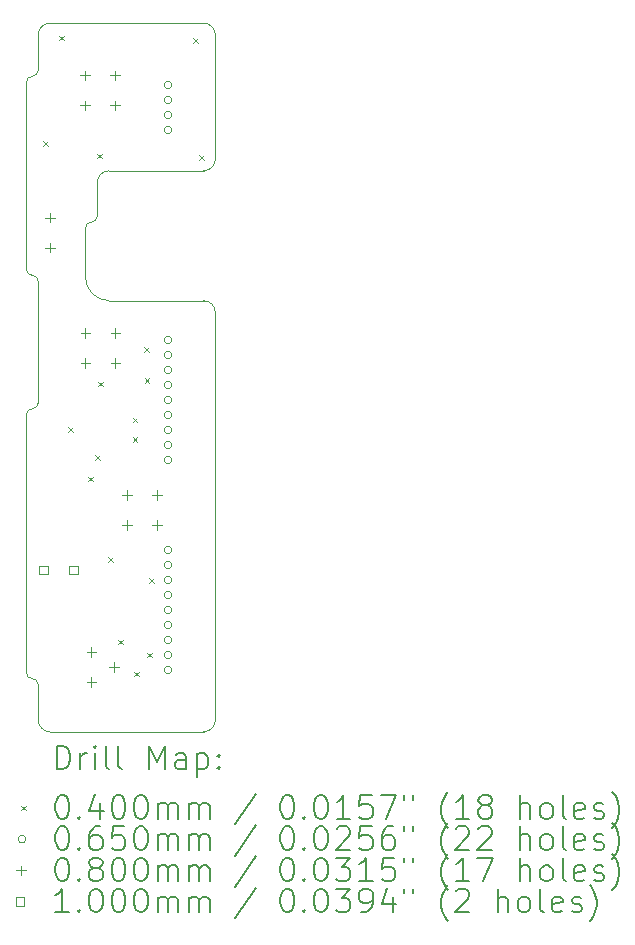
<source format=gbr>
%TF.GenerationSoftware,KiCad,Pcbnew,7.0.11-7.0.11~ubuntu23.10.1*%
%TF.CreationDate,2024-06-17T23:23:06+02:00*%
%TF.ProjectId,Hardware_NanoPi_v7_ConnectorPlate,48617264-7761-4726-955f-4e616e6f5069,rev?*%
%TF.SameCoordinates,Original*%
%TF.FileFunction,Drillmap*%
%TF.FilePolarity,Positive*%
%FSLAX45Y45*%
G04 Gerber Fmt 4.5, Leading zero omitted, Abs format (unit mm)*
G04 Created by KiCad (PCBNEW 7.0.11-7.0.11~ubuntu23.10.1) date 2024-06-17 23:23:06*
%MOMM*%
%LPD*%
G01*
G04 APERTURE LIST*
%ADD10C,0.100000*%
%ADD11C,0.200000*%
G04 APERTURE END LIST*
D10*
X0Y2485355D02*
X0Y300000D01*
X50000Y2535360D02*
G75*
G03*
X0Y2485355I0J-50000D01*
G01*
X1600000Y4650000D02*
X1600000Y5700000D01*
X100005Y3614645D02*
G75*
G03*
X50000Y3664645I-50005J-5D01*
G01*
X550000Y4114640D02*
G75*
G03*
X500000Y4064645I0J-50000D01*
G01*
X0Y5300000D02*
X0Y3714645D01*
X700000Y4550000D02*
X1500000Y4550000D01*
X1500000Y-200000D02*
G75*
G03*
X1600000Y-100000I0J100000D01*
G01*
X50000Y5350000D02*
G75*
G03*
X100000Y5400000I0J50000D01*
G01*
X1600000Y5700000D02*
G75*
G03*
X1500000Y5800000I-100000J0D01*
G01*
X100000Y-100000D02*
G75*
G03*
X200000Y-200000I100000J0D01*
G01*
X100000Y3614645D02*
X100000Y2585355D01*
X200000Y5800000D02*
G75*
G03*
X100000Y5700000I0J-100000D01*
G01*
X550000Y4114640D02*
G75*
G03*
X600000Y4164645I0J50000D01*
G01*
X1600000Y3350000D02*
G75*
G03*
X1500000Y3450000I-100000J0D01*
G01*
X600000Y4164645D02*
X600000Y4450000D01*
X100000Y200000D02*
X100000Y-100000D01*
X5Y3714645D02*
G75*
G03*
X50000Y3664645I49995J-5D01*
G01*
X700000Y4550000D02*
G75*
G03*
X600000Y4450000I0J-100000D01*
G01*
X1500000Y4550000D02*
G75*
G03*
X1600000Y4650000I0J100000D01*
G01*
X50000Y5350000D02*
G75*
G03*
X0Y5300000I0J-50000D01*
G01*
X1600000Y-100000D02*
X1600000Y3350000D01*
X1500000Y5800000D02*
X200000Y5800000D01*
X100000Y200000D02*
G75*
G03*
X50000Y250000I-50000J0D01*
G01*
X1500000Y3450000D02*
X700000Y3450000D01*
X0Y300000D02*
G75*
G03*
X50000Y250000I50000J0D01*
G01*
X50000Y2535360D02*
G75*
G03*
X100000Y2585355I0J50000D01*
G01*
X500000Y4064645D02*
X500000Y3650000D01*
X100000Y5700000D02*
X100000Y5400000D01*
X500000Y3650000D02*
G75*
G03*
X700000Y3450000I200000J0D01*
G01*
X1500000Y-200000D02*
X200000Y-200000D01*
D11*
D10*
X140000Y4800000D02*
X180000Y4760000D01*
X180000Y4800000D02*
X140000Y4760000D01*
X280000Y5695000D02*
X320000Y5655000D01*
X320000Y5695000D02*
X280000Y5655000D01*
X355000Y2380000D02*
X395000Y2340000D01*
X395000Y2380000D02*
X355000Y2340000D01*
X525000Y1960000D02*
X565000Y1920000D01*
X565000Y1960000D02*
X525000Y1920000D01*
X585000Y2145000D02*
X625000Y2105000D01*
X625000Y2145000D02*
X585000Y2105000D01*
X600000Y4695000D02*
X640000Y4655000D01*
X640000Y4695000D02*
X600000Y4655000D01*
X610000Y2765000D02*
X650000Y2725000D01*
X650000Y2765000D02*
X610000Y2725000D01*
X695000Y1280000D02*
X735000Y1240000D01*
X735000Y1280000D02*
X695000Y1240000D01*
X775000Y580000D02*
X815000Y540000D01*
X815000Y580000D02*
X775000Y540000D01*
X900000Y2460000D02*
X940000Y2420000D01*
X940000Y2460000D02*
X900000Y2420000D01*
X900000Y2297500D02*
X940000Y2257500D01*
X940000Y2297500D02*
X900000Y2257500D01*
X915000Y310000D02*
X955000Y270000D01*
X955000Y310000D02*
X915000Y270000D01*
X995000Y3055000D02*
X1035000Y3015000D01*
X1035000Y3055000D02*
X995000Y3015000D01*
X1000000Y2795000D02*
X1040000Y2755000D01*
X1040000Y2795000D02*
X1000000Y2755000D01*
X1025000Y470000D02*
X1065000Y430000D01*
X1065000Y470000D02*
X1025000Y430000D01*
X1037500Y1102500D02*
X1077500Y1062500D01*
X1077500Y1102500D02*
X1037500Y1062500D01*
X1410000Y5675000D02*
X1450000Y5635000D01*
X1450000Y5675000D02*
X1410000Y5635000D01*
X1460000Y4680000D02*
X1500000Y4640000D01*
X1500000Y4680000D02*
X1460000Y4640000D01*
X1232500Y5276000D02*
G75*
G03*
X1167500Y5276000I-32500J0D01*
G01*
X1167500Y5276000D02*
G75*
G03*
X1232500Y5276000I32500J0D01*
G01*
X1232500Y5149000D02*
G75*
G03*
X1167500Y5149000I-32500J0D01*
G01*
X1167500Y5149000D02*
G75*
G03*
X1232500Y5149000I32500J0D01*
G01*
X1232500Y5022000D02*
G75*
G03*
X1167500Y5022000I-32500J0D01*
G01*
X1167500Y5022000D02*
G75*
G03*
X1232500Y5022000I32500J0D01*
G01*
X1232500Y4895000D02*
G75*
G03*
X1167500Y4895000I-32500J0D01*
G01*
X1167500Y4895000D02*
G75*
G03*
X1232500Y4895000I32500J0D01*
G01*
X1232500Y3117000D02*
G75*
G03*
X1167500Y3117000I-32500J0D01*
G01*
X1167500Y3117000D02*
G75*
G03*
X1232500Y3117000I32500J0D01*
G01*
X1232500Y2990000D02*
G75*
G03*
X1167500Y2990000I-32500J0D01*
G01*
X1167500Y2990000D02*
G75*
G03*
X1232500Y2990000I32500J0D01*
G01*
X1232500Y2863000D02*
G75*
G03*
X1167500Y2863000I-32500J0D01*
G01*
X1167500Y2863000D02*
G75*
G03*
X1232500Y2863000I32500J0D01*
G01*
X1232500Y2736000D02*
G75*
G03*
X1167500Y2736000I-32500J0D01*
G01*
X1167500Y2736000D02*
G75*
G03*
X1232500Y2736000I32500J0D01*
G01*
X1232500Y2609000D02*
G75*
G03*
X1167500Y2609000I-32500J0D01*
G01*
X1167500Y2609000D02*
G75*
G03*
X1232500Y2609000I32500J0D01*
G01*
X1232500Y2482000D02*
G75*
G03*
X1167500Y2482000I-32500J0D01*
G01*
X1167500Y2482000D02*
G75*
G03*
X1232500Y2482000I32500J0D01*
G01*
X1232500Y2355000D02*
G75*
G03*
X1167500Y2355000I-32500J0D01*
G01*
X1167500Y2355000D02*
G75*
G03*
X1232500Y2355000I32500J0D01*
G01*
X1232500Y2228000D02*
G75*
G03*
X1167500Y2228000I-32500J0D01*
G01*
X1167500Y2228000D02*
G75*
G03*
X1232500Y2228000I32500J0D01*
G01*
X1232500Y2101000D02*
G75*
G03*
X1167500Y2101000I-32500J0D01*
G01*
X1167500Y2101000D02*
G75*
G03*
X1232500Y2101000I32500J0D01*
G01*
X1232500Y1339000D02*
G75*
G03*
X1167500Y1339000I-32500J0D01*
G01*
X1167500Y1339000D02*
G75*
G03*
X1232500Y1339000I32500J0D01*
G01*
X1232500Y1212000D02*
G75*
G03*
X1167500Y1212000I-32500J0D01*
G01*
X1167500Y1212000D02*
G75*
G03*
X1232500Y1212000I32500J0D01*
G01*
X1232500Y1085000D02*
G75*
G03*
X1167500Y1085000I-32500J0D01*
G01*
X1167500Y1085000D02*
G75*
G03*
X1232500Y1085000I32500J0D01*
G01*
X1232500Y958000D02*
G75*
G03*
X1167500Y958000I-32500J0D01*
G01*
X1167500Y958000D02*
G75*
G03*
X1232500Y958000I32500J0D01*
G01*
X1232500Y831000D02*
G75*
G03*
X1167500Y831000I-32500J0D01*
G01*
X1167500Y831000D02*
G75*
G03*
X1232500Y831000I32500J0D01*
G01*
X1232500Y704000D02*
G75*
G03*
X1167500Y704000I-32500J0D01*
G01*
X1167500Y704000D02*
G75*
G03*
X1232500Y704000I32500J0D01*
G01*
X1232500Y577000D02*
G75*
G03*
X1167500Y577000I-32500J0D01*
G01*
X1167500Y577000D02*
G75*
G03*
X1232500Y577000I32500J0D01*
G01*
X1232500Y450000D02*
G75*
G03*
X1167500Y450000I-32500J0D01*
G01*
X1167500Y450000D02*
G75*
G03*
X1232500Y450000I32500J0D01*
G01*
X1232500Y323000D02*
G75*
G03*
X1167500Y323000I-32500J0D01*
G01*
X1167500Y323000D02*
G75*
G03*
X1232500Y323000I32500J0D01*
G01*
X200000Y4192000D02*
X200000Y4112000D01*
X160000Y4152000D02*
X240000Y4152000D01*
X200000Y3938000D02*
X200000Y3858000D01*
X160000Y3898000D02*
X240000Y3898000D01*
X496000Y5397000D02*
X496000Y5317000D01*
X456000Y5357000D02*
X536000Y5357000D01*
X496000Y5143000D02*
X496000Y5063000D01*
X456000Y5103000D02*
X536000Y5103000D01*
X500000Y3217000D02*
X500000Y3137000D01*
X460000Y3177000D02*
X540000Y3177000D01*
X500000Y2963000D02*
X500000Y2883000D01*
X460000Y2923000D02*
X540000Y2923000D01*
X550000Y517000D02*
X550000Y437000D01*
X510000Y477000D02*
X590000Y477000D01*
X550000Y263000D02*
X550000Y183000D01*
X510000Y223000D02*
X590000Y223000D01*
X740500Y390000D02*
X740500Y310000D01*
X700500Y350000D02*
X780500Y350000D01*
X750000Y5397000D02*
X750000Y5317000D01*
X710000Y5357000D02*
X790000Y5357000D01*
X750000Y5143000D02*
X750000Y5063000D01*
X710000Y5103000D02*
X790000Y5103000D01*
X754000Y3217000D02*
X754000Y3137000D01*
X714000Y3177000D02*
X794000Y3177000D01*
X754000Y2963000D02*
X754000Y2883000D01*
X714000Y2923000D02*
X794000Y2923000D01*
X850000Y1844000D02*
X850000Y1764000D01*
X810000Y1804000D02*
X890000Y1804000D01*
X850000Y1590000D02*
X850000Y1510000D01*
X810000Y1550000D02*
X890000Y1550000D01*
X1104000Y1844000D02*
X1104000Y1764000D01*
X1064000Y1804000D02*
X1144000Y1804000D01*
X1104000Y1590000D02*
X1104000Y1510000D01*
X1064000Y1550000D02*
X1144000Y1550000D01*
X181356Y1134644D02*
X181356Y1205356D01*
X110644Y1205356D01*
X110644Y1134644D01*
X181356Y1134644D01*
X435356Y1134644D02*
X435356Y1205356D01*
X364644Y1205356D01*
X364644Y1134644D01*
X435356Y1134644D01*
D11*
X255777Y-516484D02*
X255777Y-316484D01*
X255777Y-316484D02*
X303396Y-316484D01*
X303396Y-316484D02*
X331967Y-326008D01*
X331967Y-326008D02*
X351015Y-345055D01*
X351015Y-345055D02*
X360539Y-364103D01*
X360539Y-364103D02*
X370062Y-402198D01*
X370062Y-402198D02*
X370062Y-430769D01*
X370062Y-430769D02*
X360539Y-468865D01*
X360539Y-468865D02*
X351015Y-487912D01*
X351015Y-487912D02*
X331967Y-506960D01*
X331967Y-506960D02*
X303396Y-516484D01*
X303396Y-516484D02*
X255777Y-516484D01*
X455777Y-516484D02*
X455777Y-383150D01*
X455777Y-421246D02*
X465301Y-402198D01*
X465301Y-402198D02*
X474824Y-392674D01*
X474824Y-392674D02*
X493872Y-383150D01*
X493872Y-383150D02*
X512920Y-383150D01*
X579586Y-516484D02*
X579586Y-383150D01*
X579586Y-316484D02*
X570063Y-326008D01*
X570063Y-326008D02*
X579586Y-335531D01*
X579586Y-335531D02*
X589110Y-326008D01*
X589110Y-326008D02*
X579586Y-316484D01*
X579586Y-316484D02*
X579586Y-335531D01*
X703396Y-516484D02*
X684348Y-506960D01*
X684348Y-506960D02*
X674824Y-487912D01*
X674824Y-487912D02*
X674824Y-316484D01*
X808158Y-516484D02*
X789110Y-506960D01*
X789110Y-506960D02*
X779586Y-487912D01*
X779586Y-487912D02*
X779586Y-316484D01*
X1036729Y-516484D02*
X1036729Y-316484D01*
X1036729Y-316484D02*
X1103396Y-459341D01*
X1103396Y-459341D02*
X1170063Y-316484D01*
X1170063Y-316484D02*
X1170063Y-516484D01*
X1351015Y-516484D02*
X1351015Y-411722D01*
X1351015Y-411722D02*
X1341491Y-392674D01*
X1341491Y-392674D02*
X1322444Y-383150D01*
X1322444Y-383150D02*
X1284348Y-383150D01*
X1284348Y-383150D02*
X1265301Y-392674D01*
X1351015Y-506960D02*
X1331967Y-516484D01*
X1331967Y-516484D02*
X1284348Y-516484D01*
X1284348Y-516484D02*
X1265301Y-506960D01*
X1265301Y-506960D02*
X1255777Y-487912D01*
X1255777Y-487912D02*
X1255777Y-468865D01*
X1255777Y-468865D02*
X1265301Y-449817D01*
X1265301Y-449817D02*
X1284348Y-440293D01*
X1284348Y-440293D02*
X1331967Y-440293D01*
X1331967Y-440293D02*
X1351015Y-430769D01*
X1446253Y-383150D02*
X1446253Y-583150D01*
X1446253Y-392674D02*
X1465301Y-383150D01*
X1465301Y-383150D02*
X1503396Y-383150D01*
X1503396Y-383150D02*
X1522443Y-392674D01*
X1522443Y-392674D02*
X1531967Y-402198D01*
X1531967Y-402198D02*
X1541491Y-421246D01*
X1541491Y-421246D02*
X1541491Y-478388D01*
X1541491Y-478388D02*
X1531967Y-497436D01*
X1531967Y-497436D02*
X1522443Y-506960D01*
X1522443Y-506960D02*
X1503396Y-516484D01*
X1503396Y-516484D02*
X1465301Y-516484D01*
X1465301Y-516484D02*
X1446253Y-506960D01*
X1627205Y-497436D02*
X1636729Y-506960D01*
X1636729Y-506960D02*
X1627205Y-516484D01*
X1627205Y-516484D02*
X1617682Y-506960D01*
X1617682Y-506960D02*
X1627205Y-497436D01*
X1627205Y-497436D02*
X1627205Y-516484D01*
X1627205Y-392674D02*
X1636729Y-402198D01*
X1636729Y-402198D02*
X1627205Y-411722D01*
X1627205Y-411722D02*
X1617682Y-402198D01*
X1617682Y-402198D02*
X1627205Y-392674D01*
X1627205Y-392674D02*
X1627205Y-411722D01*
D10*
X-45000Y-825000D02*
X-5000Y-865000D01*
X-5000Y-825000D02*
X-45000Y-865000D01*
D11*
X293872Y-736484D02*
X312920Y-736484D01*
X312920Y-736484D02*
X331967Y-746008D01*
X331967Y-746008D02*
X341491Y-755531D01*
X341491Y-755531D02*
X351015Y-774579D01*
X351015Y-774579D02*
X360539Y-812674D01*
X360539Y-812674D02*
X360539Y-860293D01*
X360539Y-860293D02*
X351015Y-898388D01*
X351015Y-898388D02*
X341491Y-917436D01*
X341491Y-917436D02*
X331967Y-926960D01*
X331967Y-926960D02*
X312920Y-936484D01*
X312920Y-936484D02*
X293872Y-936484D01*
X293872Y-936484D02*
X274824Y-926960D01*
X274824Y-926960D02*
X265301Y-917436D01*
X265301Y-917436D02*
X255777Y-898388D01*
X255777Y-898388D02*
X246253Y-860293D01*
X246253Y-860293D02*
X246253Y-812674D01*
X246253Y-812674D02*
X255777Y-774579D01*
X255777Y-774579D02*
X265301Y-755531D01*
X265301Y-755531D02*
X274824Y-746008D01*
X274824Y-746008D02*
X293872Y-736484D01*
X446253Y-917436D02*
X455777Y-926960D01*
X455777Y-926960D02*
X446253Y-936484D01*
X446253Y-936484D02*
X436729Y-926960D01*
X436729Y-926960D02*
X446253Y-917436D01*
X446253Y-917436D02*
X446253Y-936484D01*
X627205Y-803150D02*
X627205Y-936484D01*
X579586Y-726960D02*
X531967Y-869817D01*
X531967Y-869817D02*
X655777Y-869817D01*
X770062Y-736484D02*
X789110Y-736484D01*
X789110Y-736484D02*
X808158Y-746008D01*
X808158Y-746008D02*
X817682Y-755531D01*
X817682Y-755531D02*
X827205Y-774579D01*
X827205Y-774579D02*
X836729Y-812674D01*
X836729Y-812674D02*
X836729Y-860293D01*
X836729Y-860293D02*
X827205Y-898388D01*
X827205Y-898388D02*
X817682Y-917436D01*
X817682Y-917436D02*
X808158Y-926960D01*
X808158Y-926960D02*
X789110Y-936484D01*
X789110Y-936484D02*
X770062Y-936484D01*
X770062Y-936484D02*
X751015Y-926960D01*
X751015Y-926960D02*
X741491Y-917436D01*
X741491Y-917436D02*
X731967Y-898388D01*
X731967Y-898388D02*
X722443Y-860293D01*
X722443Y-860293D02*
X722443Y-812674D01*
X722443Y-812674D02*
X731967Y-774579D01*
X731967Y-774579D02*
X741491Y-755531D01*
X741491Y-755531D02*
X751015Y-746008D01*
X751015Y-746008D02*
X770062Y-736484D01*
X960539Y-736484D02*
X979586Y-736484D01*
X979586Y-736484D02*
X998634Y-746008D01*
X998634Y-746008D02*
X1008158Y-755531D01*
X1008158Y-755531D02*
X1017682Y-774579D01*
X1017682Y-774579D02*
X1027205Y-812674D01*
X1027205Y-812674D02*
X1027205Y-860293D01*
X1027205Y-860293D02*
X1017682Y-898388D01*
X1017682Y-898388D02*
X1008158Y-917436D01*
X1008158Y-917436D02*
X998634Y-926960D01*
X998634Y-926960D02*
X979586Y-936484D01*
X979586Y-936484D02*
X960539Y-936484D01*
X960539Y-936484D02*
X941491Y-926960D01*
X941491Y-926960D02*
X931967Y-917436D01*
X931967Y-917436D02*
X922443Y-898388D01*
X922443Y-898388D02*
X912920Y-860293D01*
X912920Y-860293D02*
X912920Y-812674D01*
X912920Y-812674D02*
X922443Y-774579D01*
X922443Y-774579D02*
X931967Y-755531D01*
X931967Y-755531D02*
X941491Y-746008D01*
X941491Y-746008D02*
X960539Y-736484D01*
X1112920Y-936484D02*
X1112920Y-803150D01*
X1112920Y-822198D02*
X1122444Y-812674D01*
X1122444Y-812674D02*
X1141491Y-803150D01*
X1141491Y-803150D02*
X1170063Y-803150D01*
X1170063Y-803150D02*
X1189110Y-812674D01*
X1189110Y-812674D02*
X1198634Y-831722D01*
X1198634Y-831722D02*
X1198634Y-936484D01*
X1198634Y-831722D02*
X1208158Y-812674D01*
X1208158Y-812674D02*
X1227205Y-803150D01*
X1227205Y-803150D02*
X1255777Y-803150D01*
X1255777Y-803150D02*
X1274825Y-812674D01*
X1274825Y-812674D02*
X1284348Y-831722D01*
X1284348Y-831722D02*
X1284348Y-936484D01*
X1379586Y-936484D02*
X1379586Y-803150D01*
X1379586Y-822198D02*
X1389110Y-812674D01*
X1389110Y-812674D02*
X1408158Y-803150D01*
X1408158Y-803150D02*
X1436729Y-803150D01*
X1436729Y-803150D02*
X1455777Y-812674D01*
X1455777Y-812674D02*
X1465301Y-831722D01*
X1465301Y-831722D02*
X1465301Y-936484D01*
X1465301Y-831722D02*
X1474824Y-812674D01*
X1474824Y-812674D02*
X1493872Y-803150D01*
X1493872Y-803150D02*
X1522443Y-803150D01*
X1522443Y-803150D02*
X1541491Y-812674D01*
X1541491Y-812674D02*
X1551015Y-831722D01*
X1551015Y-831722D02*
X1551015Y-936484D01*
X1941491Y-726960D02*
X1770063Y-984103D01*
X2198634Y-736484D02*
X2217682Y-736484D01*
X2217682Y-736484D02*
X2236729Y-746008D01*
X2236729Y-746008D02*
X2246253Y-755531D01*
X2246253Y-755531D02*
X2255777Y-774579D01*
X2255777Y-774579D02*
X2265301Y-812674D01*
X2265301Y-812674D02*
X2265301Y-860293D01*
X2265301Y-860293D02*
X2255777Y-898388D01*
X2255777Y-898388D02*
X2246253Y-917436D01*
X2246253Y-917436D02*
X2236729Y-926960D01*
X2236729Y-926960D02*
X2217682Y-936484D01*
X2217682Y-936484D02*
X2198634Y-936484D01*
X2198634Y-936484D02*
X2179587Y-926960D01*
X2179587Y-926960D02*
X2170063Y-917436D01*
X2170063Y-917436D02*
X2160539Y-898388D01*
X2160539Y-898388D02*
X2151015Y-860293D01*
X2151015Y-860293D02*
X2151015Y-812674D01*
X2151015Y-812674D02*
X2160539Y-774579D01*
X2160539Y-774579D02*
X2170063Y-755531D01*
X2170063Y-755531D02*
X2179587Y-746008D01*
X2179587Y-746008D02*
X2198634Y-736484D01*
X2351015Y-917436D02*
X2360539Y-926960D01*
X2360539Y-926960D02*
X2351015Y-936484D01*
X2351015Y-936484D02*
X2341491Y-926960D01*
X2341491Y-926960D02*
X2351015Y-917436D01*
X2351015Y-917436D02*
X2351015Y-936484D01*
X2484348Y-736484D02*
X2503396Y-736484D01*
X2503396Y-736484D02*
X2522444Y-746008D01*
X2522444Y-746008D02*
X2531968Y-755531D01*
X2531968Y-755531D02*
X2541491Y-774579D01*
X2541491Y-774579D02*
X2551015Y-812674D01*
X2551015Y-812674D02*
X2551015Y-860293D01*
X2551015Y-860293D02*
X2541491Y-898388D01*
X2541491Y-898388D02*
X2531968Y-917436D01*
X2531968Y-917436D02*
X2522444Y-926960D01*
X2522444Y-926960D02*
X2503396Y-936484D01*
X2503396Y-936484D02*
X2484348Y-936484D01*
X2484348Y-936484D02*
X2465301Y-926960D01*
X2465301Y-926960D02*
X2455777Y-917436D01*
X2455777Y-917436D02*
X2446253Y-898388D01*
X2446253Y-898388D02*
X2436729Y-860293D01*
X2436729Y-860293D02*
X2436729Y-812674D01*
X2436729Y-812674D02*
X2446253Y-774579D01*
X2446253Y-774579D02*
X2455777Y-755531D01*
X2455777Y-755531D02*
X2465301Y-746008D01*
X2465301Y-746008D02*
X2484348Y-736484D01*
X2741491Y-936484D02*
X2627206Y-936484D01*
X2684348Y-936484D02*
X2684348Y-736484D01*
X2684348Y-736484D02*
X2665301Y-765055D01*
X2665301Y-765055D02*
X2646253Y-784103D01*
X2646253Y-784103D02*
X2627206Y-793627D01*
X2922444Y-736484D02*
X2827206Y-736484D01*
X2827206Y-736484D02*
X2817682Y-831722D01*
X2817682Y-831722D02*
X2827206Y-822198D01*
X2827206Y-822198D02*
X2846253Y-812674D01*
X2846253Y-812674D02*
X2893872Y-812674D01*
X2893872Y-812674D02*
X2912920Y-822198D01*
X2912920Y-822198D02*
X2922444Y-831722D01*
X2922444Y-831722D02*
X2931967Y-850769D01*
X2931967Y-850769D02*
X2931967Y-898388D01*
X2931967Y-898388D02*
X2922444Y-917436D01*
X2922444Y-917436D02*
X2912920Y-926960D01*
X2912920Y-926960D02*
X2893872Y-936484D01*
X2893872Y-936484D02*
X2846253Y-936484D01*
X2846253Y-936484D02*
X2827206Y-926960D01*
X2827206Y-926960D02*
X2817682Y-917436D01*
X2998634Y-736484D02*
X3131967Y-736484D01*
X3131967Y-736484D02*
X3046253Y-936484D01*
X3198634Y-736484D02*
X3198634Y-774579D01*
X3274825Y-736484D02*
X3274825Y-774579D01*
X3570063Y-1012674D02*
X3560539Y-1003150D01*
X3560539Y-1003150D02*
X3541491Y-974579D01*
X3541491Y-974579D02*
X3531968Y-955531D01*
X3531968Y-955531D02*
X3522444Y-926960D01*
X3522444Y-926960D02*
X3512920Y-879341D01*
X3512920Y-879341D02*
X3512920Y-841246D01*
X3512920Y-841246D02*
X3522444Y-793627D01*
X3522444Y-793627D02*
X3531968Y-765055D01*
X3531968Y-765055D02*
X3541491Y-746008D01*
X3541491Y-746008D02*
X3560539Y-717436D01*
X3560539Y-717436D02*
X3570063Y-707912D01*
X3751015Y-936484D02*
X3636729Y-936484D01*
X3693872Y-936484D02*
X3693872Y-736484D01*
X3693872Y-736484D02*
X3674825Y-765055D01*
X3674825Y-765055D02*
X3655777Y-784103D01*
X3655777Y-784103D02*
X3636729Y-793627D01*
X3865301Y-822198D02*
X3846253Y-812674D01*
X3846253Y-812674D02*
X3836729Y-803150D01*
X3836729Y-803150D02*
X3827206Y-784103D01*
X3827206Y-784103D02*
X3827206Y-774579D01*
X3827206Y-774579D02*
X3836729Y-755531D01*
X3836729Y-755531D02*
X3846253Y-746008D01*
X3846253Y-746008D02*
X3865301Y-736484D01*
X3865301Y-736484D02*
X3903396Y-736484D01*
X3903396Y-736484D02*
X3922444Y-746008D01*
X3922444Y-746008D02*
X3931968Y-755531D01*
X3931968Y-755531D02*
X3941491Y-774579D01*
X3941491Y-774579D02*
X3941491Y-784103D01*
X3941491Y-784103D02*
X3931968Y-803150D01*
X3931968Y-803150D02*
X3922444Y-812674D01*
X3922444Y-812674D02*
X3903396Y-822198D01*
X3903396Y-822198D02*
X3865301Y-822198D01*
X3865301Y-822198D02*
X3846253Y-831722D01*
X3846253Y-831722D02*
X3836729Y-841246D01*
X3836729Y-841246D02*
X3827206Y-860293D01*
X3827206Y-860293D02*
X3827206Y-898388D01*
X3827206Y-898388D02*
X3836729Y-917436D01*
X3836729Y-917436D02*
X3846253Y-926960D01*
X3846253Y-926960D02*
X3865301Y-936484D01*
X3865301Y-936484D02*
X3903396Y-936484D01*
X3903396Y-936484D02*
X3922444Y-926960D01*
X3922444Y-926960D02*
X3931968Y-917436D01*
X3931968Y-917436D02*
X3941491Y-898388D01*
X3941491Y-898388D02*
X3941491Y-860293D01*
X3941491Y-860293D02*
X3931968Y-841246D01*
X3931968Y-841246D02*
X3922444Y-831722D01*
X3922444Y-831722D02*
X3903396Y-822198D01*
X4179587Y-936484D02*
X4179587Y-736484D01*
X4265301Y-936484D02*
X4265301Y-831722D01*
X4265301Y-831722D02*
X4255777Y-812674D01*
X4255777Y-812674D02*
X4236730Y-803150D01*
X4236730Y-803150D02*
X4208158Y-803150D01*
X4208158Y-803150D02*
X4189110Y-812674D01*
X4189110Y-812674D02*
X4179587Y-822198D01*
X4389111Y-936484D02*
X4370063Y-926960D01*
X4370063Y-926960D02*
X4360539Y-917436D01*
X4360539Y-917436D02*
X4351015Y-898388D01*
X4351015Y-898388D02*
X4351015Y-841246D01*
X4351015Y-841246D02*
X4360539Y-822198D01*
X4360539Y-822198D02*
X4370063Y-812674D01*
X4370063Y-812674D02*
X4389111Y-803150D01*
X4389111Y-803150D02*
X4417682Y-803150D01*
X4417682Y-803150D02*
X4436730Y-812674D01*
X4436730Y-812674D02*
X4446253Y-822198D01*
X4446253Y-822198D02*
X4455777Y-841246D01*
X4455777Y-841246D02*
X4455777Y-898388D01*
X4455777Y-898388D02*
X4446253Y-917436D01*
X4446253Y-917436D02*
X4436730Y-926960D01*
X4436730Y-926960D02*
X4417682Y-936484D01*
X4417682Y-936484D02*
X4389111Y-936484D01*
X4570063Y-936484D02*
X4551015Y-926960D01*
X4551015Y-926960D02*
X4541492Y-907912D01*
X4541492Y-907912D02*
X4541492Y-736484D01*
X4722444Y-926960D02*
X4703396Y-936484D01*
X4703396Y-936484D02*
X4665301Y-936484D01*
X4665301Y-936484D02*
X4646253Y-926960D01*
X4646253Y-926960D02*
X4636730Y-907912D01*
X4636730Y-907912D02*
X4636730Y-831722D01*
X4636730Y-831722D02*
X4646253Y-812674D01*
X4646253Y-812674D02*
X4665301Y-803150D01*
X4665301Y-803150D02*
X4703396Y-803150D01*
X4703396Y-803150D02*
X4722444Y-812674D01*
X4722444Y-812674D02*
X4731968Y-831722D01*
X4731968Y-831722D02*
X4731968Y-850769D01*
X4731968Y-850769D02*
X4636730Y-869817D01*
X4808158Y-926960D02*
X4827206Y-936484D01*
X4827206Y-936484D02*
X4865301Y-936484D01*
X4865301Y-936484D02*
X4884349Y-926960D01*
X4884349Y-926960D02*
X4893873Y-907912D01*
X4893873Y-907912D02*
X4893873Y-898388D01*
X4893873Y-898388D02*
X4884349Y-879341D01*
X4884349Y-879341D02*
X4865301Y-869817D01*
X4865301Y-869817D02*
X4836730Y-869817D01*
X4836730Y-869817D02*
X4817682Y-860293D01*
X4817682Y-860293D02*
X4808158Y-841246D01*
X4808158Y-841246D02*
X4808158Y-831722D01*
X4808158Y-831722D02*
X4817682Y-812674D01*
X4817682Y-812674D02*
X4836730Y-803150D01*
X4836730Y-803150D02*
X4865301Y-803150D01*
X4865301Y-803150D02*
X4884349Y-812674D01*
X4960539Y-1012674D02*
X4970063Y-1003150D01*
X4970063Y-1003150D02*
X4989111Y-974579D01*
X4989111Y-974579D02*
X4998634Y-955531D01*
X4998634Y-955531D02*
X5008158Y-926960D01*
X5008158Y-926960D02*
X5017682Y-879341D01*
X5017682Y-879341D02*
X5017682Y-841246D01*
X5017682Y-841246D02*
X5008158Y-793627D01*
X5008158Y-793627D02*
X4998634Y-765055D01*
X4998634Y-765055D02*
X4989111Y-746008D01*
X4989111Y-746008D02*
X4970063Y-717436D01*
X4970063Y-717436D02*
X4960539Y-707912D01*
D10*
X-5000Y-1109000D02*
G75*
G03*
X-70000Y-1109000I-32500J0D01*
G01*
X-70000Y-1109000D02*
G75*
G03*
X-5000Y-1109000I32500J0D01*
G01*
D11*
X293872Y-1000484D02*
X312920Y-1000484D01*
X312920Y-1000484D02*
X331967Y-1010008D01*
X331967Y-1010008D02*
X341491Y-1019531D01*
X341491Y-1019531D02*
X351015Y-1038579D01*
X351015Y-1038579D02*
X360539Y-1076674D01*
X360539Y-1076674D02*
X360539Y-1124293D01*
X360539Y-1124293D02*
X351015Y-1162389D01*
X351015Y-1162389D02*
X341491Y-1181436D01*
X341491Y-1181436D02*
X331967Y-1190960D01*
X331967Y-1190960D02*
X312920Y-1200484D01*
X312920Y-1200484D02*
X293872Y-1200484D01*
X293872Y-1200484D02*
X274824Y-1190960D01*
X274824Y-1190960D02*
X265301Y-1181436D01*
X265301Y-1181436D02*
X255777Y-1162389D01*
X255777Y-1162389D02*
X246253Y-1124293D01*
X246253Y-1124293D02*
X246253Y-1076674D01*
X246253Y-1076674D02*
X255777Y-1038579D01*
X255777Y-1038579D02*
X265301Y-1019531D01*
X265301Y-1019531D02*
X274824Y-1010008D01*
X274824Y-1010008D02*
X293872Y-1000484D01*
X446253Y-1181436D02*
X455777Y-1190960D01*
X455777Y-1190960D02*
X446253Y-1200484D01*
X446253Y-1200484D02*
X436729Y-1190960D01*
X436729Y-1190960D02*
X446253Y-1181436D01*
X446253Y-1181436D02*
X446253Y-1200484D01*
X627205Y-1000484D02*
X589110Y-1000484D01*
X589110Y-1000484D02*
X570063Y-1010008D01*
X570063Y-1010008D02*
X560539Y-1019531D01*
X560539Y-1019531D02*
X541491Y-1048103D01*
X541491Y-1048103D02*
X531967Y-1086198D01*
X531967Y-1086198D02*
X531967Y-1162389D01*
X531967Y-1162389D02*
X541491Y-1181436D01*
X541491Y-1181436D02*
X551015Y-1190960D01*
X551015Y-1190960D02*
X570063Y-1200484D01*
X570063Y-1200484D02*
X608158Y-1200484D01*
X608158Y-1200484D02*
X627205Y-1190960D01*
X627205Y-1190960D02*
X636729Y-1181436D01*
X636729Y-1181436D02*
X646253Y-1162389D01*
X646253Y-1162389D02*
X646253Y-1114770D01*
X646253Y-1114770D02*
X636729Y-1095722D01*
X636729Y-1095722D02*
X627205Y-1086198D01*
X627205Y-1086198D02*
X608158Y-1076674D01*
X608158Y-1076674D02*
X570063Y-1076674D01*
X570063Y-1076674D02*
X551015Y-1086198D01*
X551015Y-1086198D02*
X541491Y-1095722D01*
X541491Y-1095722D02*
X531967Y-1114770D01*
X827205Y-1000484D02*
X731967Y-1000484D01*
X731967Y-1000484D02*
X722443Y-1095722D01*
X722443Y-1095722D02*
X731967Y-1086198D01*
X731967Y-1086198D02*
X751015Y-1076674D01*
X751015Y-1076674D02*
X798634Y-1076674D01*
X798634Y-1076674D02*
X817682Y-1086198D01*
X817682Y-1086198D02*
X827205Y-1095722D01*
X827205Y-1095722D02*
X836729Y-1114770D01*
X836729Y-1114770D02*
X836729Y-1162389D01*
X836729Y-1162389D02*
X827205Y-1181436D01*
X827205Y-1181436D02*
X817682Y-1190960D01*
X817682Y-1190960D02*
X798634Y-1200484D01*
X798634Y-1200484D02*
X751015Y-1200484D01*
X751015Y-1200484D02*
X731967Y-1190960D01*
X731967Y-1190960D02*
X722443Y-1181436D01*
X960539Y-1000484D02*
X979586Y-1000484D01*
X979586Y-1000484D02*
X998634Y-1010008D01*
X998634Y-1010008D02*
X1008158Y-1019531D01*
X1008158Y-1019531D02*
X1017682Y-1038579D01*
X1017682Y-1038579D02*
X1027205Y-1076674D01*
X1027205Y-1076674D02*
X1027205Y-1124293D01*
X1027205Y-1124293D02*
X1017682Y-1162389D01*
X1017682Y-1162389D02*
X1008158Y-1181436D01*
X1008158Y-1181436D02*
X998634Y-1190960D01*
X998634Y-1190960D02*
X979586Y-1200484D01*
X979586Y-1200484D02*
X960539Y-1200484D01*
X960539Y-1200484D02*
X941491Y-1190960D01*
X941491Y-1190960D02*
X931967Y-1181436D01*
X931967Y-1181436D02*
X922443Y-1162389D01*
X922443Y-1162389D02*
X912920Y-1124293D01*
X912920Y-1124293D02*
X912920Y-1076674D01*
X912920Y-1076674D02*
X922443Y-1038579D01*
X922443Y-1038579D02*
X931967Y-1019531D01*
X931967Y-1019531D02*
X941491Y-1010008D01*
X941491Y-1010008D02*
X960539Y-1000484D01*
X1112920Y-1200484D02*
X1112920Y-1067150D01*
X1112920Y-1086198D02*
X1122444Y-1076674D01*
X1122444Y-1076674D02*
X1141491Y-1067150D01*
X1141491Y-1067150D02*
X1170063Y-1067150D01*
X1170063Y-1067150D02*
X1189110Y-1076674D01*
X1189110Y-1076674D02*
X1198634Y-1095722D01*
X1198634Y-1095722D02*
X1198634Y-1200484D01*
X1198634Y-1095722D02*
X1208158Y-1076674D01*
X1208158Y-1076674D02*
X1227205Y-1067150D01*
X1227205Y-1067150D02*
X1255777Y-1067150D01*
X1255777Y-1067150D02*
X1274825Y-1076674D01*
X1274825Y-1076674D02*
X1284348Y-1095722D01*
X1284348Y-1095722D02*
X1284348Y-1200484D01*
X1379586Y-1200484D02*
X1379586Y-1067150D01*
X1379586Y-1086198D02*
X1389110Y-1076674D01*
X1389110Y-1076674D02*
X1408158Y-1067150D01*
X1408158Y-1067150D02*
X1436729Y-1067150D01*
X1436729Y-1067150D02*
X1455777Y-1076674D01*
X1455777Y-1076674D02*
X1465301Y-1095722D01*
X1465301Y-1095722D02*
X1465301Y-1200484D01*
X1465301Y-1095722D02*
X1474824Y-1076674D01*
X1474824Y-1076674D02*
X1493872Y-1067150D01*
X1493872Y-1067150D02*
X1522443Y-1067150D01*
X1522443Y-1067150D02*
X1541491Y-1076674D01*
X1541491Y-1076674D02*
X1551015Y-1095722D01*
X1551015Y-1095722D02*
X1551015Y-1200484D01*
X1941491Y-990960D02*
X1770063Y-1248103D01*
X2198634Y-1000484D02*
X2217682Y-1000484D01*
X2217682Y-1000484D02*
X2236729Y-1010008D01*
X2236729Y-1010008D02*
X2246253Y-1019531D01*
X2246253Y-1019531D02*
X2255777Y-1038579D01*
X2255777Y-1038579D02*
X2265301Y-1076674D01*
X2265301Y-1076674D02*
X2265301Y-1124293D01*
X2265301Y-1124293D02*
X2255777Y-1162389D01*
X2255777Y-1162389D02*
X2246253Y-1181436D01*
X2246253Y-1181436D02*
X2236729Y-1190960D01*
X2236729Y-1190960D02*
X2217682Y-1200484D01*
X2217682Y-1200484D02*
X2198634Y-1200484D01*
X2198634Y-1200484D02*
X2179587Y-1190960D01*
X2179587Y-1190960D02*
X2170063Y-1181436D01*
X2170063Y-1181436D02*
X2160539Y-1162389D01*
X2160539Y-1162389D02*
X2151015Y-1124293D01*
X2151015Y-1124293D02*
X2151015Y-1076674D01*
X2151015Y-1076674D02*
X2160539Y-1038579D01*
X2160539Y-1038579D02*
X2170063Y-1019531D01*
X2170063Y-1019531D02*
X2179587Y-1010008D01*
X2179587Y-1010008D02*
X2198634Y-1000484D01*
X2351015Y-1181436D02*
X2360539Y-1190960D01*
X2360539Y-1190960D02*
X2351015Y-1200484D01*
X2351015Y-1200484D02*
X2341491Y-1190960D01*
X2341491Y-1190960D02*
X2351015Y-1181436D01*
X2351015Y-1181436D02*
X2351015Y-1200484D01*
X2484348Y-1000484D02*
X2503396Y-1000484D01*
X2503396Y-1000484D02*
X2522444Y-1010008D01*
X2522444Y-1010008D02*
X2531968Y-1019531D01*
X2531968Y-1019531D02*
X2541491Y-1038579D01*
X2541491Y-1038579D02*
X2551015Y-1076674D01*
X2551015Y-1076674D02*
X2551015Y-1124293D01*
X2551015Y-1124293D02*
X2541491Y-1162389D01*
X2541491Y-1162389D02*
X2531968Y-1181436D01*
X2531968Y-1181436D02*
X2522444Y-1190960D01*
X2522444Y-1190960D02*
X2503396Y-1200484D01*
X2503396Y-1200484D02*
X2484348Y-1200484D01*
X2484348Y-1200484D02*
X2465301Y-1190960D01*
X2465301Y-1190960D02*
X2455777Y-1181436D01*
X2455777Y-1181436D02*
X2446253Y-1162389D01*
X2446253Y-1162389D02*
X2436729Y-1124293D01*
X2436729Y-1124293D02*
X2436729Y-1076674D01*
X2436729Y-1076674D02*
X2446253Y-1038579D01*
X2446253Y-1038579D02*
X2455777Y-1019531D01*
X2455777Y-1019531D02*
X2465301Y-1010008D01*
X2465301Y-1010008D02*
X2484348Y-1000484D01*
X2627206Y-1019531D02*
X2636729Y-1010008D01*
X2636729Y-1010008D02*
X2655777Y-1000484D01*
X2655777Y-1000484D02*
X2703396Y-1000484D01*
X2703396Y-1000484D02*
X2722444Y-1010008D01*
X2722444Y-1010008D02*
X2731968Y-1019531D01*
X2731968Y-1019531D02*
X2741491Y-1038579D01*
X2741491Y-1038579D02*
X2741491Y-1057627D01*
X2741491Y-1057627D02*
X2731968Y-1086198D01*
X2731968Y-1086198D02*
X2617682Y-1200484D01*
X2617682Y-1200484D02*
X2741491Y-1200484D01*
X2922444Y-1000484D02*
X2827206Y-1000484D01*
X2827206Y-1000484D02*
X2817682Y-1095722D01*
X2817682Y-1095722D02*
X2827206Y-1086198D01*
X2827206Y-1086198D02*
X2846253Y-1076674D01*
X2846253Y-1076674D02*
X2893872Y-1076674D01*
X2893872Y-1076674D02*
X2912920Y-1086198D01*
X2912920Y-1086198D02*
X2922444Y-1095722D01*
X2922444Y-1095722D02*
X2931967Y-1114770D01*
X2931967Y-1114770D02*
X2931967Y-1162389D01*
X2931967Y-1162389D02*
X2922444Y-1181436D01*
X2922444Y-1181436D02*
X2912920Y-1190960D01*
X2912920Y-1190960D02*
X2893872Y-1200484D01*
X2893872Y-1200484D02*
X2846253Y-1200484D01*
X2846253Y-1200484D02*
X2827206Y-1190960D01*
X2827206Y-1190960D02*
X2817682Y-1181436D01*
X3103396Y-1000484D02*
X3065301Y-1000484D01*
X3065301Y-1000484D02*
X3046253Y-1010008D01*
X3046253Y-1010008D02*
X3036729Y-1019531D01*
X3036729Y-1019531D02*
X3017682Y-1048103D01*
X3017682Y-1048103D02*
X3008158Y-1086198D01*
X3008158Y-1086198D02*
X3008158Y-1162389D01*
X3008158Y-1162389D02*
X3017682Y-1181436D01*
X3017682Y-1181436D02*
X3027206Y-1190960D01*
X3027206Y-1190960D02*
X3046253Y-1200484D01*
X3046253Y-1200484D02*
X3084348Y-1200484D01*
X3084348Y-1200484D02*
X3103396Y-1190960D01*
X3103396Y-1190960D02*
X3112920Y-1181436D01*
X3112920Y-1181436D02*
X3122444Y-1162389D01*
X3122444Y-1162389D02*
X3122444Y-1114770D01*
X3122444Y-1114770D02*
X3112920Y-1095722D01*
X3112920Y-1095722D02*
X3103396Y-1086198D01*
X3103396Y-1086198D02*
X3084348Y-1076674D01*
X3084348Y-1076674D02*
X3046253Y-1076674D01*
X3046253Y-1076674D02*
X3027206Y-1086198D01*
X3027206Y-1086198D02*
X3017682Y-1095722D01*
X3017682Y-1095722D02*
X3008158Y-1114770D01*
X3198634Y-1000484D02*
X3198634Y-1038579D01*
X3274825Y-1000484D02*
X3274825Y-1038579D01*
X3570063Y-1276674D02*
X3560539Y-1267150D01*
X3560539Y-1267150D02*
X3541491Y-1238579D01*
X3541491Y-1238579D02*
X3531968Y-1219531D01*
X3531968Y-1219531D02*
X3522444Y-1190960D01*
X3522444Y-1190960D02*
X3512920Y-1143341D01*
X3512920Y-1143341D02*
X3512920Y-1105246D01*
X3512920Y-1105246D02*
X3522444Y-1057627D01*
X3522444Y-1057627D02*
X3531968Y-1029055D01*
X3531968Y-1029055D02*
X3541491Y-1010008D01*
X3541491Y-1010008D02*
X3560539Y-981436D01*
X3560539Y-981436D02*
X3570063Y-971912D01*
X3636729Y-1019531D02*
X3646253Y-1010008D01*
X3646253Y-1010008D02*
X3665301Y-1000484D01*
X3665301Y-1000484D02*
X3712920Y-1000484D01*
X3712920Y-1000484D02*
X3731968Y-1010008D01*
X3731968Y-1010008D02*
X3741491Y-1019531D01*
X3741491Y-1019531D02*
X3751015Y-1038579D01*
X3751015Y-1038579D02*
X3751015Y-1057627D01*
X3751015Y-1057627D02*
X3741491Y-1086198D01*
X3741491Y-1086198D02*
X3627206Y-1200484D01*
X3627206Y-1200484D02*
X3751015Y-1200484D01*
X3827206Y-1019531D02*
X3836729Y-1010008D01*
X3836729Y-1010008D02*
X3855777Y-1000484D01*
X3855777Y-1000484D02*
X3903396Y-1000484D01*
X3903396Y-1000484D02*
X3922444Y-1010008D01*
X3922444Y-1010008D02*
X3931968Y-1019531D01*
X3931968Y-1019531D02*
X3941491Y-1038579D01*
X3941491Y-1038579D02*
X3941491Y-1057627D01*
X3941491Y-1057627D02*
X3931968Y-1086198D01*
X3931968Y-1086198D02*
X3817682Y-1200484D01*
X3817682Y-1200484D02*
X3941491Y-1200484D01*
X4179587Y-1200484D02*
X4179587Y-1000484D01*
X4265301Y-1200484D02*
X4265301Y-1095722D01*
X4265301Y-1095722D02*
X4255777Y-1076674D01*
X4255777Y-1076674D02*
X4236730Y-1067150D01*
X4236730Y-1067150D02*
X4208158Y-1067150D01*
X4208158Y-1067150D02*
X4189110Y-1076674D01*
X4189110Y-1076674D02*
X4179587Y-1086198D01*
X4389111Y-1200484D02*
X4370063Y-1190960D01*
X4370063Y-1190960D02*
X4360539Y-1181436D01*
X4360539Y-1181436D02*
X4351015Y-1162389D01*
X4351015Y-1162389D02*
X4351015Y-1105246D01*
X4351015Y-1105246D02*
X4360539Y-1086198D01*
X4360539Y-1086198D02*
X4370063Y-1076674D01*
X4370063Y-1076674D02*
X4389111Y-1067150D01*
X4389111Y-1067150D02*
X4417682Y-1067150D01*
X4417682Y-1067150D02*
X4436730Y-1076674D01*
X4436730Y-1076674D02*
X4446253Y-1086198D01*
X4446253Y-1086198D02*
X4455777Y-1105246D01*
X4455777Y-1105246D02*
X4455777Y-1162389D01*
X4455777Y-1162389D02*
X4446253Y-1181436D01*
X4446253Y-1181436D02*
X4436730Y-1190960D01*
X4436730Y-1190960D02*
X4417682Y-1200484D01*
X4417682Y-1200484D02*
X4389111Y-1200484D01*
X4570063Y-1200484D02*
X4551015Y-1190960D01*
X4551015Y-1190960D02*
X4541492Y-1171912D01*
X4541492Y-1171912D02*
X4541492Y-1000484D01*
X4722444Y-1190960D02*
X4703396Y-1200484D01*
X4703396Y-1200484D02*
X4665301Y-1200484D01*
X4665301Y-1200484D02*
X4646253Y-1190960D01*
X4646253Y-1190960D02*
X4636730Y-1171912D01*
X4636730Y-1171912D02*
X4636730Y-1095722D01*
X4636730Y-1095722D02*
X4646253Y-1076674D01*
X4646253Y-1076674D02*
X4665301Y-1067150D01*
X4665301Y-1067150D02*
X4703396Y-1067150D01*
X4703396Y-1067150D02*
X4722444Y-1076674D01*
X4722444Y-1076674D02*
X4731968Y-1095722D01*
X4731968Y-1095722D02*
X4731968Y-1114770D01*
X4731968Y-1114770D02*
X4636730Y-1133817D01*
X4808158Y-1190960D02*
X4827206Y-1200484D01*
X4827206Y-1200484D02*
X4865301Y-1200484D01*
X4865301Y-1200484D02*
X4884349Y-1190960D01*
X4884349Y-1190960D02*
X4893873Y-1171912D01*
X4893873Y-1171912D02*
X4893873Y-1162389D01*
X4893873Y-1162389D02*
X4884349Y-1143341D01*
X4884349Y-1143341D02*
X4865301Y-1133817D01*
X4865301Y-1133817D02*
X4836730Y-1133817D01*
X4836730Y-1133817D02*
X4817682Y-1124293D01*
X4817682Y-1124293D02*
X4808158Y-1105246D01*
X4808158Y-1105246D02*
X4808158Y-1095722D01*
X4808158Y-1095722D02*
X4817682Y-1076674D01*
X4817682Y-1076674D02*
X4836730Y-1067150D01*
X4836730Y-1067150D02*
X4865301Y-1067150D01*
X4865301Y-1067150D02*
X4884349Y-1076674D01*
X4960539Y-1276674D02*
X4970063Y-1267150D01*
X4970063Y-1267150D02*
X4989111Y-1238579D01*
X4989111Y-1238579D02*
X4998634Y-1219531D01*
X4998634Y-1219531D02*
X5008158Y-1190960D01*
X5008158Y-1190960D02*
X5017682Y-1143341D01*
X5017682Y-1143341D02*
X5017682Y-1105246D01*
X5017682Y-1105246D02*
X5008158Y-1057627D01*
X5008158Y-1057627D02*
X4998634Y-1029055D01*
X4998634Y-1029055D02*
X4989111Y-1010008D01*
X4989111Y-1010008D02*
X4970063Y-981436D01*
X4970063Y-981436D02*
X4960539Y-971912D01*
D10*
X-45000Y-1333000D02*
X-45000Y-1413000D01*
X-85000Y-1373000D02*
X-5000Y-1373000D01*
D11*
X293872Y-1264484D02*
X312920Y-1264484D01*
X312920Y-1264484D02*
X331967Y-1274008D01*
X331967Y-1274008D02*
X341491Y-1283531D01*
X341491Y-1283531D02*
X351015Y-1302579D01*
X351015Y-1302579D02*
X360539Y-1340674D01*
X360539Y-1340674D02*
X360539Y-1388293D01*
X360539Y-1388293D02*
X351015Y-1426388D01*
X351015Y-1426388D02*
X341491Y-1445436D01*
X341491Y-1445436D02*
X331967Y-1454960D01*
X331967Y-1454960D02*
X312920Y-1464484D01*
X312920Y-1464484D02*
X293872Y-1464484D01*
X293872Y-1464484D02*
X274824Y-1454960D01*
X274824Y-1454960D02*
X265301Y-1445436D01*
X265301Y-1445436D02*
X255777Y-1426388D01*
X255777Y-1426388D02*
X246253Y-1388293D01*
X246253Y-1388293D02*
X246253Y-1340674D01*
X246253Y-1340674D02*
X255777Y-1302579D01*
X255777Y-1302579D02*
X265301Y-1283531D01*
X265301Y-1283531D02*
X274824Y-1274008D01*
X274824Y-1274008D02*
X293872Y-1264484D01*
X446253Y-1445436D02*
X455777Y-1454960D01*
X455777Y-1454960D02*
X446253Y-1464484D01*
X446253Y-1464484D02*
X436729Y-1454960D01*
X436729Y-1454960D02*
X446253Y-1445436D01*
X446253Y-1445436D02*
X446253Y-1464484D01*
X570063Y-1350198D02*
X551015Y-1340674D01*
X551015Y-1340674D02*
X541491Y-1331150D01*
X541491Y-1331150D02*
X531967Y-1312103D01*
X531967Y-1312103D02*
X531967Y-1302579D01*
X531967Y-1302579D02*
X541491Y-1283531D01*
X541491Y-1283531D02*
X551015Y-1274008D01*
X551015Y-1274008D02*
X570063Y-1264484D01*
X570063Y-1264484D02*
X608158Y-1264484D01*
X608158Y-1264484D02*
X627205Y-1274008D01*
X627205Y-1274008D02*
X636729Y-1283531D01*
X636729Y-1283531D02*
X646253Y-1302579D01*
X646253Y-1302579D02*
X646253Y-1312103D01*
X646253Y-1312103D02*
X636729Y-1331150D01*
X636729Y-1331150D02*
X627205Y-1340674D01*
X627205Y-1340674D02*
X608158Y-1350198D01*
X608158Y-1350198D02*
X570063Y-1350198D01*
X570063Y-1350198D02*
X551015Y-1359722D01*
X551015Y-1359722D02*
X541491Y-1369246D01*
X541491Y-1369246D02*
X531967Y-1388293D01*
X531967Y-1388293D02*
X531967Y-1426388D01*
X531967Y-1426388D02*
X541491Y-1445436D01*
X541491Y-1445436D02*
X551015Y-1454960D01*
X551015Y-1454960D02*
X570063Y-1464484D01*
X570063Y-1464484D02*
X608158Y-1464484D01*
X608158Y-1464484D02*
X627205Y-1454960D01*
X627205Y-1454960D02*
X636729Y-1445436D01*
X636729Y-1445436D02*
X646253Y-1426388D01*
X646253Y-1426388D02*
X646253Y-1388293D01*
X646253Y-1388293D02*
X636729Y-1369246D01*
X636729Y-1369246D02*
X627205Y-1359722D01*
X627205Y-1359722D02*
X608158Y-1350198D01*
X770062Y-1264484D02*
X789110Y-1264484D01*
X789110Y-1264484D02*
X808158Y-1274008D01*
X808158Y-1274008D02*
X817682Y-1283531D01*
X817682Y-1283531D02*
X827205Y-1302579D01*
X827205Y-1302579D02*
X836729Y-1340674D01*
X836729Y-1340674D02*
X836729Y-1388293D01*
X836729Y-1388293D02*
X827205Y-1426388D01*
X827205Y-1426388D02*
X817682Y-1445436D01*
X817682Y-1445436D02*
X808158Y-1454960D01*
X808158Y-1454960D02*
X789110Y-1464484D01*
X789110Y-1464484D02*
X770062Y-1464484D01*
X770062Y-1464484D02*
X751015Y-1454960D01*
X751015Y-1454960D02*
X741491Y-1445436D01*
X741491Y-1445436D02*
X731967Y-1426388D01*
X731967Y-1426388D02*
X722443Y-1388293D01*
X722443Y-1388293D02*
X722443Y-1340674D01*
X722443Y-1340674D02*
X731967Y-1302579D01*
X731967Y-1302579D02*
X741491Y-1283531D01*
X741491Y-1283531D02*
X751015Y-1274008D01*
X751015Y-1274008D02*
X770062Y-1264484D01*
X960539Y-1264484D02*
X979586Y-1264484D01*
X979586Y-1264484D02*
X998634Y-1274008D01*
X998634Y-1274008D02*
X1008158Y-1283531D01*
X1008158Y-1283531D02*
X1017682Y-1302579D01*
X1017682Y-1302579D02*
X1027205Y-1340674D01*
X1027205Y-1340674D02*
X1027205Y-1388293D01*
X1027205Y-1388293D02*
X1017682Y-1426388D01*
X1017682Y-1426388D02*
X1008158Y-1445436D01*
X1008158Y-1445436D02*
X998634Y-1454960D01*
X998634Y-1454960D02*
X979586Y-1464484D01*
X979586Y-1464484D02*
X960539Y-1464484D01*
X960539Y-1464484D02*
X941491Y-1454960D01*
X941491Y-1454960D02*
X931967Y-1445436D01*
X931967Y-1445436D02*
X922443Y-1426388D01*
X922443Y-1426388D02*
X912920Y-1388293D01*
X912920Y-1388293D02*
X912920Y-1340674D01*
X912920Y-1340674D02*
X922443Y-1302579D01*
X922443Y-1302579D02*
X931967Y-1283531D01*
X931967Y-1283531D02*
X941491Y-1274008D01*
X941491Y-1274008D02*
X960539Y-1264484D01*
X1112920Y-1464484D02*
X1112920Y-1331150D01*
X1112920Y-1350198D02*
X1122444Y-1340674D01*
X1122444Y-1340674D02*
X1141491Y-1331150D01*
X1141491Y-1331150D02*
X1170063Y-1331150D01*
X1170063Y-1331150D02*
X1189110Y-1340674D01*
X1189110Y-1340674D02*
X1198634Y-1359722D01*
X1198634Y-1359722D02*
X1198634Y-1464484D01*
X1198634Y-1359722D02*
X1208158Y-1340674D01*
X1208158Y-1340674D02*
X1227205Y-1331150D01*
X1227205Y-1331150D02*
X1255777Y-1331150D01*
X1255777Y-1331150D02*
X1274825Y-1340674D01*
X1274825Y-1340674D02*
X1284348Y-1359722D01*
X1284348Y-1359722D02*
X1284348Y-1464484D01*
X1379586Y-1464484D02*
X1379586Y-1331150D01*
X1379586Y-1350198D02*
X1389110Y-1340674D01*
X1389110Y-1340674D02*
X1408158Y-1331150D01*
X1408158Y-1331150D02*
X1436729Y-1331150D01*
X1436729Y-1331150D02*
X1455777Y-1340674D01*
X1455777Y-1340674D02*
X1465301Y-1359722D01*
X1465301Y-1359722D02*
X1465301Y-1464484D01*
X1465301Y-1359722D02*
X1474824Y-1340674D01*
X1474824Y-1340674D02*
X1493872Y-1331150D01*
X1493872Y-1331150D02*
X1522443Y-1331150D01*
X1522443Y-1331150D02*
X1541491Y-1340674D01*
X1541491Y-1340674D02*
X1551015Y-1359722D01*
X1551015Y-1359722D02*
X1551015Y-1464484D01*
X1941491Y-1254960D02*
X1770063Y-1512103D01*
X2198634Y-1264484D02*
X2217682Y-1264484D01*
X2217682Y-1264484D02*
X2236729Y-1274008D01*
X2236729Y-1274008D02*
X2246253Y-1283531D01*
X2246253Y-1283531D02*
X2255777Y-1302579D01*
X2255777Y-1302579D02*
X2265301Y-1340674D01*
X2265301Y-1340674D02*
X2265301Y-1388293D01*
X2265301Y-1388293D02*
X2255777Y-1426388D01*
X2255777Y-1426388D02*
X2246253Y-1445436D01*
X2246253Y-1445436D02*
X2236729Y-1454960D01*
X2236729Y-1454960D02*
X2217682Y-1464484D01*
X2217682Y-1464484D02*
X2198634Y-1464484D01*
X2198634Y-1464484D02*
X2179587Y-1454960D01*
X2179587Y-1454960D02*
X2170063Y-1445436D01*
X2170063Y-1445436D02*
X2160539Y-1426388D01*
X2160539Y-1426388D02*
X2151015Y-1388293D01*
X2151015Y-1388293D02*
X2151015Y-1340674D01*
X2151015Y-1340674D02*
X2160539Y-1302579D01*
X2160539Y-1302579D02*
X2170063Y-1283531D01*
X2170063Y-1283531D02*
X2179587Y-1274008D01*
X2179587Y-1274008D02*
X2198634Y-1264484D01*
X2351015Y-1445436D02*
X2360539Y-1454960D01*
X2360539Y-1454960D02*
X2351015Y-1464484D01*
X2351015Y-1464484D02*
X2341491Y-1454960D01*
X2341491Y-1454960D02*
X2351015Y-1445436D01*
X2351015Y-1445436D02*
X2351015Y-1464484D01*
X2484348Y-1264484D02*
X2503396Y-1264484D01*
X2503396Y-1264484D02*
X2522444Y-1274008D01*
X2522444Y-1274008D02*
X2531968Y-1283531D01*
X2531968Y-1283531D02*
X2541491Y-1302579D01*
X2541491Y-1302579D02*
X2551015Y-1340674D01*
X2551015Y-1340674D02*
X2551015Y-1388293D01*
X2551015Y-1388293D02*
X2541491Y-1426388D01*
X2541491Y-1426388D02*
X2531968Y-1445436D01*
X2531968Y-1445436D02*
X2522444Y-1454960D01*
X2522444Y-1454960D02*
X2503396Y-1464484D01*
X2503396Y-1464484D02*
X2484348Y-1464484D01*
X2484348Y-1464484D02*
X2465301Y-1454960D01*
X2465301Y-1454960D02*
X2455777Y-1445436D01*
X2455777Y-1445436D02*
X2446253Y-1426388D01*
X2446253Y-1426388D02*
X2436729Y-1388293D01*
X2436729Y-1388293D02*
X2436729Y-1340674D01*
X2436729Y-1340674D02*
X2446253Y-1302579D01*
X2446253Y-1302579D02*
X2455777Y-1283531D01*
X2455777Y-1283531D02*
X2465301Y-1274008D01*
X2465301Y-1274008D02*
X2484348Y-1264484D01*
X2617682Y-1264484D02*
X2741491Y-1264484D01*
X2741491Y-1264484D02*
X2674825Y-1340674D01*
X2674825Y-1340674D02*
X2703396Y-1340674D01*
X2703396Y-1340674D02*
X2722444Y-1350198D01*
X2722444Y-1350198D02*
X2731968Y-1359722D01*
X2731968Y-1359722D02*
X2741491Y-1378770D01*
X2741491Y-1378770D02*
X2741491Y-1426388D01*
X2741491Y-1426388D02*
X2731968Y-1445436D01*
X2731968Y-1445436D02*
X2722444Y-1454960D01*
X2722444Y-1454960D02*
X2703396Y-1464484D01*
X2703396Y-1464484D02*
X2646253Y-1464484D01*
X2646253Y-1464484D02*
X2627206Y-1454960D01*
X2627206Y-1454960D02*
X2617682Y-1445436D01*
X2931967Y-1464484D02*
X2817682Y-1464484D01*
X2874825Y-1464484D02*
X2874825Y-1264484D01*
X2874825Y-1264484D02*
X2855777Y-1293055D01*
X2855777Y-1293055D02*
X2836729Y-1312103D01*
X2836729Y-1312103D02*
X2817682Y-1321627D01*
X3112920Y-1264484D02*
X3017682Y-1264484D01*
X3017682Y-1264484D02*
X3008158Y-1359722D01*
X3008158Y-1359722D02*
X3017682Y-1350198D01*
X3017682Y-1350198D02*
X3036729Y-1340674D01*
X3036729Y-1340674D02*
X3084348Y-1340674D01*
X3084348Y-1340674D02*
X3103396Y-1350198D01*
X3103396Y-1350198D02*
X3112920Y-1359722D01*
X3112920Y-1359722D02*
X3122444Y-1378770D01*
X3122444Y-1378770D02*
X3122444Y-1426388D01*
X3122444Y-1426388D02*
X3112920Y-1445436D01*
X3112920Y-1445436D02*
X3103396Y-1454960D01*
X3103396Y-1454960D02*
X3084348Y-1464484D01*
X3084348Y-1464484D02*
X3036729Y-1464484D01*
X3036729Y-1464484D02*
X3017682Y-1454960D01*
X3017682Y-1454960D02*
X3008158Y-1445436D01*
X3198634Y-1264484D02*
X3198634Y-1302579D01*
X3274825Y-1264484D02*
X3274825Y-1302579D01*
X3570063Y-1540674D02*
X3560539Y-1531150D01*
X3560539Y-1531150D02*
X3541491Y-1502579D01*
X3541491Y-1502579D02*
X3531968Y-1483531D01*
X3531968Y-1483531D02*
X3522444Y-1454960D01*
X3522444Y-1454960D02*
X3512920Y-1407341D01*
X3512920Y-1407341D02*
X3512920Y-1369246D01*
X3512920Y-1369246D02*
X3522444Y-1321627D01*
X3522444Y-1321627D02*
X3531968Y-1293055D01*
X3531968Y-1293055D02*
X3541491Y-1274008D01*
X3541491Y-1274008D02*
X3560539Y-1245436D01*
X3560539Y-1245436D02*
X3570063Y-1235912D01*
X3751015Y-1464484D02*
X3636729Y-1464484D01*
X3693872Y-1464484D02*
X3693872Y-1264484D01*
X3693872Y-1264484D02*
X3674825Y-1293055D01*
X3674825Y-1293055D02*
X3655777Y-1312103D01*
X3655777Y-1312103D02*
X3636729Y-1321627D01*
X3817682Y-1264484D02*
X3951015Y-1264484D01*
X3951015Y-1264484D02*
X3865301Y-1464484D01*
X4179587Y-1464484D02*
X4179587Y-1264484D01*
X4265301Y-1464484D02*
X4265301Y-1359722D01*
X4265301Y-1359722D02*
X4255777Y-1340674D01*
X4255777Y-1340674D02*
X4236730Y-1331150D01*
X4236730Y-1331150D02*
X4208158Y-1331150D01*
X4208158Y-1331150D02*
X4189110Y-1340674D01*
X4189110Y-1340674D02*
X4179587Y-1350198D01*
X4389111Y-1464484D02*
X4370063Y-1454960D01*
X4370063Y-1454960D02*
X4360539Y-1445436D01*
X4360539Y-1445436D02*
X4351015Y-1426388D01*
X4351015Y-1426388D02*
X4351015Y-1369246D01*
X4351015Y-1369246D02*
X4360539Y-1350198D01*
X4360539Y-1350198D02*
X4370063Y-1340674D01*
X4370063Y-1340674D02*
X4389111Y-1331150D01*
X4389111Y-1331150D02*
X4417682Y-1331150D01*
X4417682Y-1331150D02*
X4436730Y-1340674D01*
X4436730Y-1340674D02*
X4446253Y-1350198D01*
X4446253Y-1350198D02*
X4455777Y-1369246D01*
X4455777Y-1369246D02*
X4455777Y-1426388D01*
X4455777Y-1426388D02*
X4446253Y-1445436D01*
X4446253Y-1445436D02*
X4436730Y-1454960D01*
X4436730Y-1454960D02*
X4417682Y-1464484D01*
X4417682Y-1464484D02*
X4389111Y-1464484D01*
X4570063Y-1464484D02*
X4551015Y-1454960D01*
X4551015Y-1454960D02*
X4541492Y-1435912D01*
X4541492Y-1435912D02*
X4541492Y-1264484D01*
X4722444Y-1454960D02*
X4703396Y-1464484D01*
X4703396Y-1464484D02*
X4665301Y-1464484D01*
X4665301Y-1464484D02*
X4646253Y-1454960D01*
X4646253Y-1454960D02*
X4636730Y-1435912D01*
X4636730Y-1435912D02*
X4636730Y-1359722D01*
X4636730Y-1359722D02*
X4646253Y-1340674D01*
X4646253Y-1340674D02*
X4665301Y-1331150D01*
X4665301Y-1331150D02*
X4703396Y-1331150D01*
X4703396Y-1331150D02*
X4722444Y-1340674D01*
X4722444Y-1340674D02*
X4731968Y-1359722D01*
X4731968Y-1359722D02*
X4731968Y-1378770D01*
X4731968Y-1378770D02*
X4636730Y-1397817D01*
X4808158Y-1454960D02*
X4827206Y-1464484D01*
X4827206Y-1464484D02*
X4865301Y-1464484D01*
X4865301Y-1464484D02*
X4884349Y-1454960D01*
X4884349Y-1454960D02*
X4893873Y-1435912D01*
X4893873Y-1435912D02*
X4893873Y-1426388D01*
X4893873Y-1426388D02*
X4884349Y-1407341D01*
X4884349Y-1407341D02*
X4865301Y-1397817D01*
X4865301Y-1397817D02*
X4836730Y-1397817D01*
X4836730Y-1397817D02*
X4817682Y-1388293D01*
X4817682Y-1388293D02*
X4808158Y-1369246D01*
X4808158Y-1369246D02*
X4808158Y-1359722D01*
X4808158Y-1359722D02*
X4817682Y-1340674D01*
X4817682Y-1340674D02*
X4836730Y-1331150D01*
X4836730Y-1331150D02*
X4865301Y-1331150D01*
X4865301Y-1331150D02*
X4884349Y-1340674D01*
X4960539Y-1540674D02*
X4970063Y-1531150D01*
X4970063Y-1531150D02*
X4989111Y-1502579D01*
X4989111Y-1502579D02*
X4998634Y-1483531D01*
X4998634Y-1483531D02*
X5008158Y-1454960D01*
X5008158Y-1454960D02*
X5017682Y-1407341D01*
X5017682Y-1407341D02*
X5017682Y-1369246D01*
X5017682Y-1369246D02*
X5008158Y-1321627D01*
X5008158Y-1321627D02*
X4998634Y-1293055D01*
X4998634Y-1293055D02*
X4989111Y-1274008D01*
X4989111Y-1274008D02*
X4970063Y-1245436D01*
X4970063Y-1245436D02*
X4960539Y-1235912D01*
D10*
X-19644Y-1672356D02*
X-19644Y-1601644D01*
X-90356Y-1601644D01*
X-90356Y-1672356D01*
X-19644Y-1672356D01*
D11*
X360539Y-1728484D02*
X246253Y-1728484D01*
X303396Y-1728484D02*
X303396Y-1528484D01*
X303396Y-1528484D02*
X284348Y-1557055D01*
X284348Y-1557055D02*
X265301Y-1576103D01*
X265301Y-1576103D02*
X246253Y-1585627D01*
X446253Y-1709436D02*
X455777Y-1718960D01*
X455777Y-1718960D02*
X446253Y-1728484D01*
X446253Y-1728484D02*
X436729Y-1718960D01*
X436729Y-1718960D02*
X446253Y-1709436D01*
X446253Y-1709436D02*
X446253Y-1728484D01*
X579586Y-1528484D02*
X598634Y-1528484D01*
X598634Y-1528484D02*
X617682Y-1538008D01*
X617682Y-1538008D02*
X627205Y-1547531D01*
X627205Y-1547531D02*
X636729Y-1566579D01*
X636729Y-1566579D02*
X646253Y-1604674D01*
X646253Y-1604674D02*
X646253Y-1652293D01*
X646253Y-1652293D02*
X636729Y-1690388D01*
X636729Y-1690388D02*
X627205Y-1709436D01*
X627205Y-1709436D02*
X617682Y-1718960D01*
X617682Y-1718960D02*
X598634Y-1728484D01*
X598634Y-1728484D02*
X579586Y-1728484D01*
X579586Y-1728484D02*
X560539Y-1718960D01*
X560539Y-1718960D02*
X551015Y-1709436D01*
X551015Y-1709436D02*
X541491Y-1690388D01*
X541491Y-1690388D02*
X531967Y-1652293D01*
X531967Y-1652293D02*
X531967Y-1604674D01*
X531967Y-1604674D02*
X541491Y-1566579D01*
X541491Y-1566579D02*
X551015Y-1547531D01*
X551015Y-1547531D02*
X560539Y-1538008D01*
X560539Y-1538008D02*
X579586Y-1528484D01*
X770062Y-1528484D02*
X789110Y-1528484D01*
X789110Y-1528484D02*
X808158Y-1538008D01*
X808158Y-1538008D02*
X817682Y-1547531D01*
X817682Y-1547531D02*
X827205Y-1566579D01*
X827205Y-1566579D02*
X836729Y-1604674D01*
X836729Y-1604674D02*
X836729Y-1652293D01*
X836729Y-1652293D02*
X827205Y-1690388D01*
X827205Y-1690388D02*
X817682Y-1709436D01*
X817682Y-1709436D02*
X808158Y-1718960D01*
X808158Y-1718960D02*
X789110Y-1728484D01*
X789110Y-1728484D02*
X770062Y-1728484D01*
X770062Y-1728484D02*
X751015Y-1718960D01*
X751015Y-1718960D02*
X741491Y-1709436D01*
X741491Y-1709436D02*
X731967Y-1690388D01*
X731967Y-1690388D02*
X722443Y-1652293D01*
X722443Y-1652293D02*
X722443Y-1604674D01*
X722443Y-1604674D02*
X731967Y-1566579D01*
X731967Y-1566579D02*
X741491Y-1547531D01*
X741491Y-1547531D02*
X751015Y-1538008D01*
X751015Y-1538008D02*
X770062Y-1528484D01*
X960539Y-1528484D02*
X979586Y-1528484D01*
X979586Y-1528484D02*
X998634Y-1538008D01*
X998634Y-1538008D02*
X1008158Y-1547531D01*
X1008158Y-1547531D02*
X1017682Y-1566579D01*
X1017682Y-1566579D02*
X1027205Y-1604674D01*
X1027205Y-1604674D02*
X1027205Y-1652293D01*
X1027205Y-1652293D02*
X1017682Y-1690388D01*
X1017682Y-1690388D02*
X1008158Y-1709436D01*
X1008158Y-1709436D02*
X998634Y-1718960D01*
X998634Y-1718960D02*
X979586Y-1728484D01*
X979586Y-1728484D02*
X960539Y-1728484D01*
X960539Y-1728484D02*
X941491Y-1718960D01*
X941491Y-1718960D02*
X931967Y-1709436D01*
X931967Y-1709436D02*
X922443Y-1690388D01*
X922443Y-1690388D02*
X912920Y-1652293D01*
X912920Y-1652293D02*
X912920Y-1604674D01*
X912920Y-1604674D02*
X922443Y-1566579D01*
X922443Y-1566579D02*
X931967Y-1547531D01*
X931967Y-1547531D02*
X941491Y-1538008D01*
X941491Y-1538008D02*
X960539Y-1528484D01*
X1112920Y-1728484D02*
X1112920Y-1595150D01*
X1112920Y-1614198D02*
X1122444Y-1604674D01*
X1122444Y-1604674D02*
X1141491Y-1595150D01*
X1141491Y-1595150D02*
X1170063Y-1595150D01*
X1170063Y-1595150D02*
X1189110Y-1604674D01*
X1189110Y-1604674D02*
X1198634Y-1623722D01*
X1198634Y-1623722D02*
X1198634Y-1728484D01*
X1198634Y-1623722D02*
X1208158Y-1604674D01*
X1208158Y-1604674D02*
X1227205Y-1595150D01*
X1227205Y-1595150D02*
X1255777Y-1595150D01*
X1255777Y-1595150D02*
X1274825Y-1604674D01*
X1274825Y-1604674D02*
X1284348Y-1623722D01*
X1284348Y-1623722D02*
X1284348Y-1728484D01*
X1379586Y-1728484D02*
X1379586Y-1595150D01*
X1379586Y-1614198D02*
X1389110Y-1604674D01*
X1389110Y-1604674D02*
X1408158Y-1595150D01*
X1408158Y-1595150D02*
X1436729Y-1595150D01*
X1436729Y-1595150D02*
X1455777Y-1604674D01*
X1455777Y-1604674D02*
X1465301Y-1623722D01*
X1465301Y-1623722D02*
X1465301Y-1728484D01*
X1465301Y-1623722D02*
X1474824Y-1604674D01*
X1474824Y-1604674D02*
X1493872Y-1595150D01*
X1493872Y-1595150D02*
X1522443Y-1595150D01*
X1522443Y-1595150D02*
X1541491Y-1604674D01*
X1541491Y-1604674D02*
X1551015Y-1623722D01*
X1551015Y-1623722D02*
X1551015Y-1728484D01*
X1941491Y-1518960D02*
X1770063Y-1776103D01*
X2198634Y-1528484D02*
X2217682Y-1528484D01*
X2217682Y-1528484D02*
X2236729Y-1538008D01*
X2236729Y-1538008D02*
X2246253Y-1547531D01*
X2246253Y-1547531D02*
X2255777Y-1566579D01*
X2255777Y-1566579D02*
X2265301Y-1604674D01*
X2265301Y-1604674D02*
X2265301Y-1652293D01*
X2265301Y-1652293D02*
X2255777Y-1690388D01*
X2255777Y-1690388D02*
X2246253Y-1709436D01*
X2246253Y-1709436D02*
X2236729Y-1718960D01*
X2236729Y-1718960D02*
X2217682Y-1728484D01*
X2217682Y-1728484D02*
X2198634Y-1728484D01*
X2198634Y-1728484D02*
X2179587Y-1718960D01*
X2179587Y-1718960D02*
X2170063Y-1709436D01*
X2170063Y-1709436D02*
X2160539Y-1690388D01*
X2160539Y-1690388D02*
X2151015Y-1652293D01*
X2151015Y-1652293D02*
X2151015Y-1604674D01*
X2151015Y-1604674D02*
X2160539Y-1566579D01*
X2160539Y-1566579D02*
X2170063Y-1547531D01*
X2170063Y-1547531D02*
X2179587Y-1538008D01*
X2179587Y-1538008D02*
X2198634Y-1528484D01*
X2351015Y-1709436D02*
X2360539Y-1718960D01*
X2360539Y-1718960D02*
X2351015Y-1728484D01*
X2351015Y-1728484D02*
X2341491Y-1718960D01*
X2341491Y-1718960D02*
X2351015Y-1709436D01*
X2351015Y-1709436D02*
X2351015Y-1728484D01*
X2484348Y-1528484D02*
X2503396Y-1528484D01*
X2503396Y-1528484D02*
X2522444Y-1538008D01*
X2522444Y-1538008D02*
X2531968Y-1547531D01*
X2531968Y-1547531D02*
X2541491Y-1566579D01*
X2541491Y-1566579D02*
X2551015Y-1604674D01*
X2551015Y-1604674D02*
X2551015Y-1652293D01*
X2551015Y-1652293D02*
X2541491Y-1690388D01*
X2541491Y-1690388D02*
X2531968Y-1709436D01*
X2531968Y-1709436D02*
X2522444Y-1718960D01*
X2522444Y-1718960D02*
X2503396Y-1728484D01*
X2503396Y-1728484D02*
X2484348Y-1728484D01*
X2484348Y-1728484D02*
X2465301Y-1718960D01*
X2465301Y-1718960D02*
X2455777Y-1709436D01*
X2455777Y-1709436D02*
X2446253Y-1690388D01*
X2446253Y-1690388D02*
X2436729Y-1652293D01*
X2436729Y-1652293D02*
X2436729Y-1604674D01*
X2436729Y-1604674D02*
X2446253Y-1566579D01*
X2446253Y-1566579D02*
X2455777Y-1547531D01*
X2455777Y-1547531D02*
X2465301Y-1538008D01*
X2465301Y-1538008D02*
X2484348Y-1528484D01*
X2617682Y-1528484D02*
X2741491Y-1528484D01*
X2741491Y-1528484D02*
X2674825Y-1604674D01*
X2674825Y-1604674D02*
X2703396Y-1604674D01*
X2703396Y-1604674D02*
X2722444Y-1614198D01*
X2722444Y-1614198D02*
X2731968Y-1623722D01*
X2731968Y-1623722D02*
X2741491Y-1642769D01*
X2741491Y-1642769D02*
X2741491Y-1690388D01*
X2741491Y-1690388D02*
X2731968Y-1709436D01*
X2731968Y-1709436D02*
X2722444Y-1718960D01*
X2722444Y-1718960D02*
X2703396Y-1728484D01*
X2703396Y-1728484D02*
X2646253Y-1728484D01*
X2646253Y-1728484D02*
X2627206Y-1718960D01*
X2627206Y-1718960D02*
X2617682Y-1709436D01*
X2836729Y-1728484D02*
X2874825Y-1728484D01*
X2874825Y-1728484D02*
X2893872Y-1718960D01*
X2893872Y-1718960D02*
X2903396Y-1709436D01*
X2903396Y-1709436D02*
X2922444Y-1680865D01*
X2922444Y-1680865D02*
X2931967Y-1642769D01*
X2931967Y-1642769D02*
X2931967Y-1566579D01*
X2931967Y-1566579D02*
X2922444Y-1547531D01*
X2922444Y-1547531D02*
X2912920Y-1538008D01*
X2912920Y-1538008D02*
X2893872Y-1528484D01*
X2893872Y-1528484D02*
X2855777Y-1528484D01*
X2855777Y-1528484D02*
X2836729Y-1538008D01*
X2836729Y-1538008D02*
X2827206Y-1547531D01*
X2827206Y-1547531D02*
X2817682Y-1566579D01*
X2817682Y-1566579D02*
X2817682Y-1614198D01*
X2817682Y-1614198D02*
X2827206Y-1633246D01*
X2827206Y-1633246D02*
X2836729Y-1642769D01*
X2836729Y-1642769D02*
X2855777Y-1652293D01*
X2855777Y-1652293D02*
X2893872Y-1652293D01*
X2893872Y-1652293D02*
X2912920Y-1642769D01*
X2912920Y-1642769D02*
X2922444Y-1633246D01*
X2922444Y-1633246D02*
X2931967Y-1614198D01*
X3103396Y-1595150D02*
X3103396Y-1728484D01*
X3055777Y-1518960D02*
X3008158Y-1661817D01*
X3008158Y-1661817D02*
X3131967Y-1661817D01*
X3198634Y-1528484D02*
X3198634Y-1566579D01*
X3274825Y-1528484D02*
X3274825Y-1566579D01*
X3570063Y-1804674D02*
X3560539Y-1795150D01*
X3560539Y-1795150D02*
X3541491Y-1766579D01*
X3541491Y-1766579D02*
X3531968Y-1747531D01*
X3531968Y-1747531D02*
X3522444Y-1718960D01*
X3522444Y-1718960D02*
X3512920Y-1671341D01*
X3512920Y-1671341D02*
X3512920Y-1633246D01*
X3512920Y-1633246D02*
X3522444Y-1585627D01*
X3522444Y-1585627D02*
X3531968Y-1557055D01*
X3531968Y-1557055D02*
X3541491Y-1538008D01*
X3541491Y-1538008D02*
X3560539Y-1509436D01*
X3560539Y-1509436D02*
X3570063Y-1499912D01*
X3636729Y-1547531D02*
X3646253Y-1538008D01*
X3646253Y-1538008D02*
X3665301Y-1528484D01*
X3665301Y-1528484D02*
X3712920Y-1528484D01*
X3712920Y-1528484D02*
X3731968Y-1538008D01*
X3731968Y-1538008D02*
X3741491Y-1547531D01*
X3741491Y-1547531D02*
X3751015Y-1566579D01*
X3751015Y-1566579D02*
X3751015Y-1585627D01*
X3751015Y-1585627D02*
X3741491Y-1614198D01*
X3741491Y-1614198D02*
X3627206Y-1728484D01*
X3627206Y-1728484D02*
X3751015Y-1728484D01*
X3989110Y-1728484D02*
X3989110Y-1528484D01*
X4074825Y-1728484D02*
X4074825Y-1623722D01*
X4074825Y-1623722D02*
X4065301Y-1604674D01*
X4065301Y-1604674D02*
X4046253Y-1595150D01*
X4046253Y-1595150D02*
X4017682Y-1595150D01*
X4017682Y-1595150D02*
X3998634Y-1604674D01*
X3998634Y-1604674D02*
X3989110Y-1614198D01*
X4198634Y-1728484D02*
X4179587Y-1718960D01*
X4179587Y-1718960D02*
X4170063Y-1709436D01*
X4170063Y-1709436D02*
X4160539Y-1690388D01*
X4160539Y-1690388D02*
X4160539Y-1633246D01*
X4160539Y-1633246D02*
X4170063Y-1614198D01*
X4170063Y-1614198D02*
X4179587Y-1604674D01*
X4179587Y-1604674D02*
X4198634Y-1595150D01*
X4198634Y-1595150D02*
X4227206Y-1595150D01*
X4227206Y-1595150D02*
X4246253Y-1604674D01*
X4246253Y-1604674D02*
X4255777Y-1614198D01*
X4255777Y-1614198D02*
X4265301Y-1633246D01*
X4265301Y-1633246D02*
X4265301Y-1690388D01*
X4265301Y-1690388D02*
X4255777Y-1709436D01*
X4255777Y-1709436D02*
X4246253Y-1718960D01*
X4246253Y-1718960D02*
X4227206Y-1728484D01*
X4227206Y-1728484D02*
X4198634Y-1728484D01*
X4379587Y-1728484D02*
X4360539Y-1718960D01*
X4360539Y-1718960D02*
X4351015Y-1699912D01*
X4351015Y-1699912D02*
X4351015Y-1528484D01*
X4531968Y-1718960D02*
X4512920Y-1728484D01*
X4512920Y-1728484D02*
X4474825Y-1728484D01*
X4474825Y-1728484D02*
X4455777Y-1718960D01*
X4455777Y-1718960D02*
X4446253Y-1699912D01*
X4446253Y-1699912D02*
X4446253Y-1623722D01*
X4446253Y-1623722D02*
X4455777Y-1604674D01*
X4455777Y-1604674D02*
X4474825Y-1595150D01*
X4474825Y-1595150D02*
X4512920Y-1595150D01*
X4512920Y-1595150D02*
X4531968Y-1604674D01*
X4531968Y-1604674D02*
X4541492Y-1623722D01*
X4541492Y-1623722D02*
X4541492Y-1642769D01*
X4541492Y-1642769D02*
X4446253Y-1661817D01*
X4617682Y-1718960D02*
X4636730Y-1728484D01*
X4636730Y-1728484D02*
X4674825Y-1728484D01*
X4674825Y-1728484D02*
X4693873Y-1718960D01*
X4693873Y-1718960D02*
X4703396Y-1699912D01*
X4703396Y-1699912D02*
X4703396Y-1690388D01*
X4703396Y-1690388D02*
X4693873Y-1671341D01*
X4693873Y-1671341D02*
X4674825Y-1661817D01*
X4674825Y-1661817D02*
X4646253Y-1661817D01*
X4646253Y-1661817D02*
X4627206Y-1652293D01*
X4627206Y-1652293D02*
X4617682Y-1633246D01*
X4617682Y-1633246D02*
X4617682Y-1623722D01*
X4617682Y-1623722D02*
X4627206Y-1604674D01*
X4627206Y-1604674D02*
X4646253Y-1595150D01*
X4646253Y-1595150D02*
X4674825Y-1595150D01*
X4674825Y-1595150D02*
X4693873Y-1604674D01*
X4770063Y-1804674D02*
X4779587Y-1795150D01*
X4779587Y-1795150D02*
X4798634Y-1766579D01*
X4798634Y-1766579D02*
X4808158Y-1747531D01*
X4808158Y-1747531D02*
X4817682Y-1718960D01*
X4817682Y-1718960D02*
X4827206Y-1671341D01*
X4827206Y-1671341D02*
X4827206Y-1633246D01*
X4827206Y-1633246D02*
X4817682Y-1585627D01*
X4817682Y-1585627D02*
X4808158Y-1557055D01*
X4808158Y-1557055D02*
X4798634Y-1538008D01*
X4798634Y-1538008D02*
X4779587Y-1509436D01*
X4779587Y-1509436D02*
X4770063Y-1499912D01*
M02*

</source>
